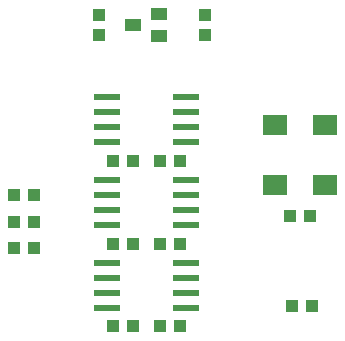
<source format=gtp>
G75*
%MOIN*%
%OFA0B0*%
%FSLAX24Y24*%
%IPPOS*%
%LPD*%
%AMOC8*
5,1,8,0,0,1.08239X$1,22.5*
%
%ADD10R,0.0870X0.0240*%
%ADD11R,0.0394X0.0433*%
%ADD12R,0.0433X0.0394*%
%ADD13R,0.0787X0.0709*%
%ADD14R,0.0551X0.0394*%
D10*
X015616Y006837D03*
X015616Y007337D03*
X015616Y007837D03*
X015616Y008337D03*
X015616Y009593D03*
X015616Y010093D03*
X015616Y010593D03*
X015616Y011093D03*
X015616Y012348D03*
X015616Y012848D03*
X015616Y013348D03*
X015616Y013848D03*
X018266Y013848D03*
X018266Y013348D03*
X018266Y012848D03*
X018266Y012348D03*
X018266Y011093D03*
X018266Y010593D03*
X018266Y010093D03*
X018266Y009593D03*
X018266Y008337D03*
X018266Y007837D03*
X018266Y007337D03*
X018266Y006837D03*
D11*
X012527Y008815D03*
X013196Y008815D03*
X013196Y009697D03*
X012527Y009697D03*
X012527Y010579D03*
X013196Y010579D03*
X017389Y011720D03*
X018059Y011720D03*
X018059Y008965D03*
X017389Y008965D03*
X017389Y006209D03*
X018059Y006209D03*
X021801Y006890D03*
X022470Y006890D03*
D12*
X022389Y009902D03*
X021720Y009902D03*
X016484Y008965D03*
X015814Y008965D03*
X015814Y011720D03*
X016484Y011720D03*
X015362Y015913D03*
X015362Y016583D03*
X018905Y016583D03*
X018905Y015913D03*
X016484Y006209D03*
X015814Y006209D03*
D13*
X021228Y010917D03*
X022881Y010917D03*
X022881Y012917D03*
X021228Y012917D03*
D14*
X017370Y015874D03*
X016503Y016248D03*
X017370Y016622D03*
M02*

</source>
